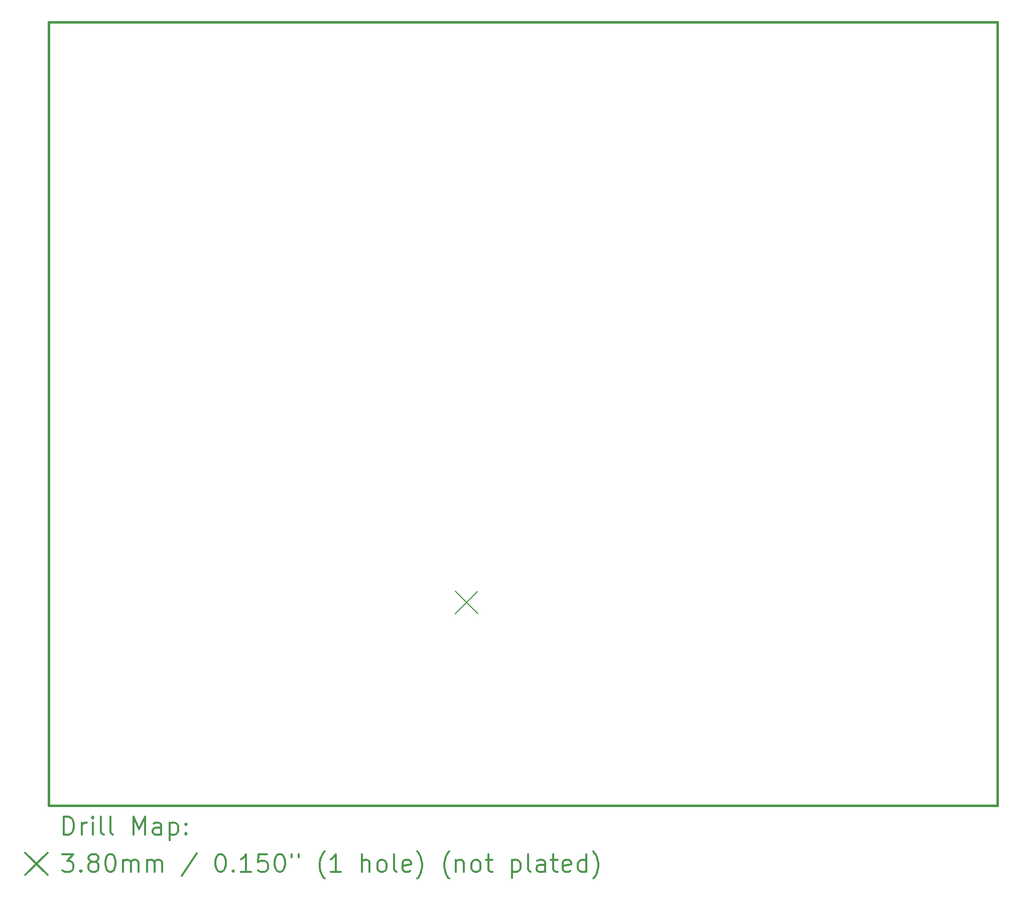
<source format=gbr>
%FSLAX45Y45*%
G04 Gerber Fmt 4.5, Leading zero omitted, Abs format (unit mm)*
G04 Created by KiCad (PCBNEW 4.0.1-stable) date Tuesday, March 29, 2016 'AMt' 01:48:15 AM*
%MOMM*%
G01*
G04 APERTURE LIST*
%ADD10C,0.127000*%
%ADD11C,0.381000*%
%ADD12C,0.200000*%
%ADD13C,0.300000*%
G04 APERTURE END LIST*
D10*
D11*
X22352000Y-2286000D02*
X6350000Y-2286000D01*
X22352000Y-15494000D02*
X22352000Y-2286000D01*
X6350000Y-15494000D02*
X22352000Y-15494000D01*
X6350000Y-2286000D02*
X6350000Y-15494000D01*
D12*
X13208508Y-11875008D02*
X13588492Y-12254992D01*
X13588492Y-11875008D02*
X13208508Y-12254992D01*
D13*
X6602378Y-15978764D02*
X6602378Y-15678764D01*
X6673807Y-15678764D01*
X6716664Y-15693050D01*
X6745236Y-15721621D01*
X6759521Y-15750193D01*
X6773807Y-15807336D01*
X6773807Y-15850193D01*
X6759521Y-15907336D01*
X6745236Y-15935907D01*
X6716664Y-15964479D01*
X6673807Y-15978764D01*
X6602378Y-15978764D01*
X6902378Y-15978764D02*
X6902378Y-15778764D01*
X6902378Y-15835907D02*
X6916664Y-15807336D01*
X6930950Y-15793050D01*
X6959521Y-15778764D01*
X6988093Y-15778764D01*
X7088093Y-15978764D02*
X7088093Y-15778764D01*
X7088093Y-15678764D02*
X7073807Y-15693050D01*
X7088093Y-15707336D01*
X7102378Y-15693050D01*
X7088093Y-15678764D01*
X7088093Y-15707336D01*
X7273807Y-15978764D02*
X7245236Y-15964479D01*
X7230950Y-15935907D01*
X7230950Y-15678764D01*
X7430950Y-15978764D02*
X7402378Y-15964479D01*
X7388093Y-15935907D01*
X7388093Y-15678764D01*
X7773807Y-15978764D02*
X7773807Y-15678764D01*
X7873807Y-15893050D01*
X7973807Y-15678764D01*
X7973807Y-15978764D01*
X8245236Y-15978764D02*
X8245236Y-15821621D01*
X8230950Y-15793050D01*
X8202378Y-15778764D01*
X8145236Y-15778764D01*
X8116664Y-15793050D01*
X8245236Y-15964479D02*
X8216664Y-15978764D01*
X8145236Y-15978764D01*
X8116664Y-15964479D01*
X8102378Y-15935907D01*
X8102378Y-15907336D01*
X8116664Y-15878764D01*
X8145236Y-15864479D01*
X8216664Y-15864479D01*
X8245236Y-15850193D01*
X8388093Y-15778764D02*
X8388093Y-16078764D01*
X8388093Y-15793050D02*
X8416664Y-15778764D01*
X8473807Y-15778764D01*
X8502379Y-15793050D01*
X8516664Y-15807336D01*
X8530950Y-15835907D01*
X8530950Y-15921621D01*
X8516664Y-15950193D01*
X8502379Y-15964479D01*
X8473807Y-15978764D01*
X8416664Y-15978764D01*
X8388093Y-15964479D01*
X8659521Y-15950193D02*
X8673807Y-15964479D01*
X8659521Y-15978764D01*
X8645236Y-15964479D01*
X8659521Y-15950193D01*
X8659521Y-15978764D01*
X8659521Y-15793050D02*
X8673807Y-15807336D01*
X8659521Y-15821621D01*
X8645236Y-15807336D01*
X8659521Y-15793050D01*
X8659521Y-15821621D01*
X5950966Y-16283058D02*
X6330950Y-16663042D01*
X6330950Y-16283058D02*
X5950966Y-16663042D01*
X6573807Y-16308764D02*
X6759521Y-16308764D01*
X6659521Y-16423050D01*
X6702378Y-16423050D01*
X6730950Y-16437336D01*
X6745236Y-16451621D01*
X6759521Y-16480193D01*
X6759521Y-16551621D01*
X6745236Y-16580193D01*
X6730950Y-16594479D01*
X6702378Y-16608764D01*
X6616664Y-16608764D01*
X6588093Y-16594479D01*
X6573807Y-16580193D01*
X6888093Y-16580193D02*
X6902378Y-16594479D01*
X6888093Y-16608764D01*
X6873807Y-16594479D01*
X6888093Y-16580193D01*
X6888093Y-16608764D01*
X7073807Y-16437336D02*
X7045236Y-16423050D01*
X7030950Y-16408764D01*
X7016664Y-16380193D01*
X7016664Y-16365907D01*
X7030950Y-16337336D01*
X7045236Y-16323050D01*
X7073807Y-16308764D01*
X7130950Y-16308764D01*
X7159521Y-16323050D01*
X7173807Y-16337336D01*
X7188093Y-16365907D01*
X7188093Y-16380193D01*
X7173807Y-16408764D01*
X7159521Y-16423050D01*
X7130950Y-16437336D01*
X7073807Y-16437336D01*
X7045236Y-16451621D01*
X7030950Y-16465907D01*
X7016664Y-16494479D01*
X7016664Y-16551621D01*
X7030950Y-16580193D01*
X7045236Y-16594479D01*
X7073807Y-16608764D01*
X7130950Y-16608764D01*
X7159521Y-16594479D01*
X7173807Y-16580193D01*
X7188093Y-16551621D01*
X7188093Y-16494479D01*
X7173807Y-16465907D01*
X7159521Y-16451621D01*
X7130950Y-16437336D01*
X7373807Y-16308764D02*
X7402378Y-16308764D01*
X7430950Y-16323050D01*
X7445236Y-16337336D01*
X7459521Y-16365907D01*
X7473807Y-16423050D01*
X7473807Y-16494479D01*
X7459521Y-16551621D01*
X7445236Y-16580193D01*
X7430950Y-16594479D01*
X7402378Y-16608764D01*
X7373807Y-16608764D01*
X7345236Y-16594479D01*
X7330950Y-16580193D01*
X7316664Y-16551621D01*
X7302378Y-16494479D01*
X7302378Y-16423050D01*
X7316664Y-16365907D01*
X7330950Y-16337336D01*
X7345236Y-16323050D01*
X7373807Y-16308764D01*
X7602378Y-16608764D02*
X7602378Y-16408764D01*
X7602378Y-16437336D02*
X7616664Y-16423050D01*
X7645236Y-16408764D01*
X7688093Y-16408764D01*
X7716664Y-16423050D01*
X7730950Y-16451621D01*
X7730950Y-16608764D01*
X7730950Y-16451621D02*
X7745236Y-16423050D01*
X7773807Y-16408764D01*
X7816664Y-16408764D01*
X7845236Y-16423050D01*
X7859521Y-16451621D01*
X7859521Y-16608764D01*
X8002378Y-16608764D02*
X8002378Y-16408764D01*
X8002378Y-16437336D02*
X8016664Y-16423050D01*
X8045236Y-16408764D01*
X8088093Y-16408764D01*
X8116664Y-16423050D01*
X8130950Y-16451621D01*
X8130950Y-16608764D01*
X8130950Y-16451621D02*
X8145236Y-16423050D01*
X8173807Y-16408764D01*
X8216664Y-16408764D01*
X8245236Y-16423050D01*
X8259521Y-16451621D01*
X8259521Y-16608764D01*
X8845236Y-16294479D02*
X8588093Y-16680193D01*
X9230950Y-16308764D02*
X9259521Y-16308764D01*
X9288093Y-16323050D01*
X9302378Y-16337336D01*
X9316664Y-16365907D01*
X9330950Y-16423050D01*
X9330950Y-16494479D01*
X9316664Y-16551621D01*
X9302378Y-16580193D01*
X9288093Y-16594479D01*
X9259521Y-16608764D01*
X9230950Y-16608764D01*
X9202378Y-16594479D01*
X9188093Y-16580193D01*
X9173807Y-16551621D01*
X9159521Y-16494479D01*
X9159521Y-16423050D01*
X9173807Y-16365907D01*
X9188093Y-16337336D01*
X9202378Y-16323050D01*
X9230950Y-16308764D01*
X9459521Y-16580193D02*
X9473807Y-16594479D01*
X9459521Y-16608764D01*
X9445236Y-16594479D01*
X9459521Y-16580193D01*
X9459521Y-16608764D01*
X9759521Y-16608764D02*
X9588093Y-16608764D01*
X9673807Y-16608764D02*
X9673807Y-16308764D01*
X9645236Y-16351621D01*
X9616664Y-16380193D01*
X9588093Y-16394479D01*
X10030950Y-16308764D02*
X9888093Y-16308764D01*
X9873807Y-16451621D01*
X9888093Y-16437336D01*
X9916664Y-16423050D01*
X9988093Y-16423050D01*
X10016664Y-16437336D01*
X10030950Y-16451621D01*
X10045236Y-16480193D01*
X10045236Y-16551621D01*
X10030950Y-16580193D01*
X10016664Y-16594479D01*
X9988093Y-16608764D01*
X9916664Y-16608764D01*
X9888093Y-16594479D01*
X9873807Y-16580193D01*
X10230950Y-16308764D02*
X10259521Y-16308764D01*
X10288093Y-16323050D01*
X10302378Y-16337336D01*
X10316664Y-16365907D01*
X10330950Y-16423050D01*
X10330950Y-16494479D01*
X10316664Y-16551621D01*
X10302378Y-16580193D01*
X10288093Y-16594479D01*
X10259521Y-16608764D01*
X10230950Y-16608764D01*
X10202378Y-16594479D01*
X10188093Y-16580193D01*
X10173807Y-16551621D01*
X10159521Y-16494479D01*
X10159521Y-16423050D01*
X10173807Y-16365907D01*
X10188093Y-16337336D01*
X10202378Y-16323050D01*
X10230950Y-16308764D01*
X10445236Y-16308764D02*
X10445236Y-16365907D01*
X10559521Y-16308764D02*
X10559521Y-16365907D01*
X11002378Y-16723050D02*
X10988093Y-16708764D01*
X10959521Y-16665907D01*
X10945236Y-16637336D01*
X10930950Y-16594479D01*
X10916664Y-16523050D01*
X10916664Y-16465907D01*
X10930950Y-16394479D01*
X10945236Y-16351621D01*
X10959521Y-16323050D01*
X10988093Y-16280193D01*
X11002378Y-16265907D01*
X11273807Y-16608764D02*
X11102378Y-16608764D01*
X11188093Y-16608764D02*
X11188093Y-16308764D01*
X11159521Y-16351621D01*
X11130950Y-16380193D01*
X11102378Y-16394479D01*
X11630950Y-16608764D02*
X11630950Y-16308764D01*
X11759521Y-16608764D02*
X11759521Y-16451621D01*
X11745235Y-16423050D01*
X11716664Y-16408764D01*
X11673807Y-16408764D01*
X11645235Y-16423050D01*
X11630950Y-16437336D01*
X11945235Y-16608764D02*
X11916664Y-16594479D01*
X11902378Y-16580193D01*
X11888093Y-16551621D01*
X11888093Y-16465907D01*
X11902378Y-16437336D01*
X11916664Y-16423050D01*
X11945235Y-16408764D01*
X11988093Y-16408764D01*
X12016664Y-16423050D01*
X12030950Y-16437336D01*
X12045235Y-16465907D01*
X12045235Y-16551621D01*
X12030950Y-16580193D01*
X12016664Y-16594479D01*
X11988093Y-16608764D01*
X11945235Y-16608764D01*
X12216664Y-16608764D02*
X12188093Y-16594479D01*
X12173807Y-16565907D01*
X12173807Y-16308764D01*
X12445236Y-16594479D02*
X12416664Y-16608764D01*
X12359521Y-16608764D01*
X12330950Y-16594479D01*
X12316664Y-16565907D01*
X12316664Y-16451621D01*
X12330950Y-16423050D01*
X12359521Y-16408764D01*
X12416664Y-16408764D01*
X12445236Y-16423050D01*
X12459521Y-16451621D01*
X12459521Y-16480193D01*
X12316664Y-16508764D01*
X12559521Y-16723050D02*
X12573807Y-16708764D01*
X12602378Y-16665907D01*
X12616664Y-16637336D01*
X12630950Y-16594479D01*
X12645236Y-16523050D01*
X12645236Y-16465907D01*
X12630950Y-16394479D01*
X12616664Y-16351621D01*
X12602378Y-16323050D01*
X12573807Y-16280193D01*
X12559521Y-16265907D01*
X13102378Y-16723050D02*
X13088093Y-16708764D01*
X13059521Y-16665907D01*
X13045236Y-16637336D01*
X13030950Y-16594479D01*
X13016664Y-16523050D01*
X13016664Y-16465907D01*
X13030950Y-16394479D01*
X13045236Y-16351621D01*
X13059521Y-16323050D01*
X13088093Y-16280193D01*
X13102378Y-16265907D01*
X13216664Y-16408764D02*
X13216664Y-16608764D01*
X13216664Y-16437336D02*
X13230950Y-16423050D01*
X13259521Y-16408764D01*
X13302378Y-16408764D01*
X13330950Y-16423050D01*
X13345236Y-16451621D01*
X13345236Y-16608764D01*
X13530950Y-16608764D02*
X13502378Y-16594479D01*
X13488093Y-16580193D01*
X13473807Y-16551621D01*
X13473807Y-16465907D01*
X13488093Y-16437336D01*
X13502378Y-16423050D01*
X13530950Y-16408764D01*
X13573807Y-16408764D01*
X13602378Y-16423050D01*
X13616664Y-16437336D01*
X13630950Y-16465907D01*
X13630950Y-16551621D01*
X13616664Y-16580193D01*
X13602378Y-16594479D01*
X13573807Y-16608764D01*
X13530950Y-16608764D01*
X13716664Y-16408764D02*
X13830950Y-16408764D01*
X13759521Y-16308764D02*
X13759521Y-16565907D01*
X13773807Y-16594479D01*
X13802378Y-16608764D01*
X13830950Y-16608764D01*
X14159521Y-16408764D02*
X14159521Y-16708764D01*
X14159521Y-16423050D02*
X14188093Y-16408764D01*
X14245236Y-16408764D01*
X14273807Y-16423050D01*
X14288093Y-16437336D01*
X14302378Y-16465907D01*
X14302378Y-16551621D01*
X14288093Y-16580193D01*
X14273807Y-16594479D01*
X14245236Y-16608764D01*
X14188093Y-16608764D01*
X14159521Y-16594479D01*
X14473807Y-16608764D02*
X14445236Y-16594479D01*
X14430950Y-16565907D01*
X14430950Y-16308764D01*
X14716664Y-16608764D02*
X14716664Y-16451621D01*
X14702379Y-16423050D01*
X14673807Y-16408764D01*
X14616664Y-16408764D01*
X14588093Y-16423050D01*
X14716664Y-16594479D02*
X14688093Y-16608764D01*
X14616664Y-16608764D01*
X14588093Y-16594479D01*
X14573807Y-16565907D01*
X14573807Y-16537336D01*
X14588093Y-16508764D01*
X14616664Y-16494479D01*
X14688093Y-16494479D01*
X14716664Y-16480193D01*
X14816664Y-16408764D02*
X14930950Y-16408764D01*
X14859521Y-16308764D02*
X14859521Y-16565907D01*
X14873807Y-16594479D01*
X14902379Y-16608764D01*
X14930950Y-16608764D01*
X15145236Y-16594479D02*
X15116664Y-16608764D01*
X15059521Y-16608764D01*
X15030950Y-16594479D01*
X15016664Y-16565907D01*
X15016664Y-16451621D01*
X15030950Y-16423050D01*
X15059521Y-16408764D01*
X15116664Y-16408764D01*
X15145236Y-16423050D01*
X15159521Y-16451621D01*
X15159521Y-16480193D01*
X15016664Y-16508764D01*
X15416664Y-16608764D02*
X15416664Y-16308764D01*
X15416664Y-16594479D02*
X15388093Y-16608764D01*
X15330950Y-16608764D01*
X15302379Y-16594479D01*
X15288093Y-16580193D01*
X15273807Y-16551621D01*
X15273807Y-16465907D01*
X15288093Y-16437336D01*
X15302379Y-16423050D01*
X15330950Y-16408764D01*
X15388093Y-16408764D01*
X15416664Y-16423050D01*
X15530950Y-16723050D02*
X15545236Y-16708764D01*
X15573807Y-16665907D01*
X15588093Y-16637336D01*
X15602379Y-16594479D01*
X15616664Y-16523050D01*
X15616664Y-16465907D01*
X15602379Y-16394479D01*
X15588093Y-16351621D01*
X15573807Y-16323050D01*
X15545236Y-16280193D01*
X15530950Y-16265907D01*
M02*

</source>
